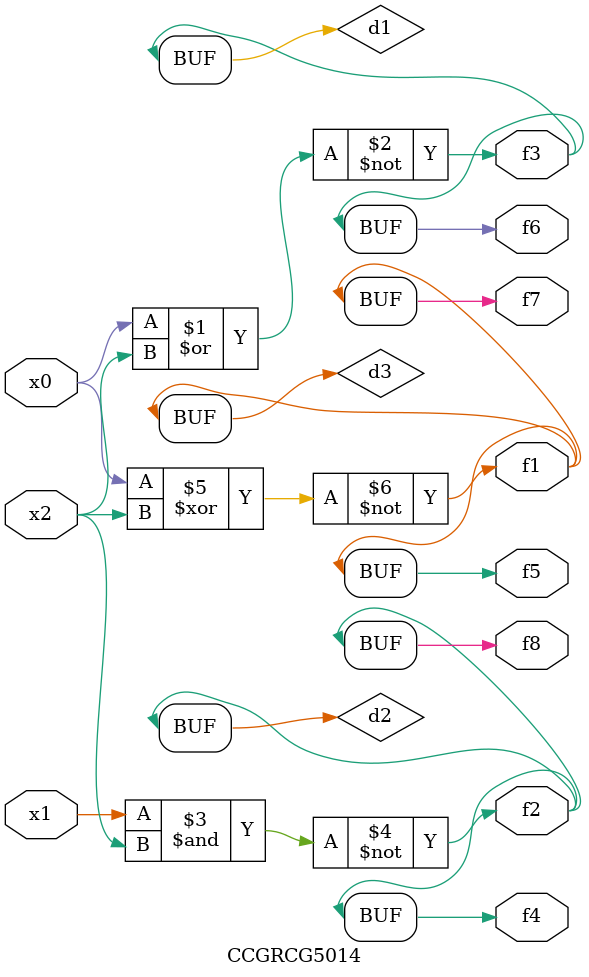
<source format=v>
module CCGRCG5014(
	input x0, x1, x2,
	output f1, f2, f3, f4, f5, f6, f7, f8
);

	wire d1, d2, d3;

	nor (d1, x0, x2);
	nand (d2, x1, x2);
	xnor (d3, x0, x2);
	assign f1 = d3;
	assign f2 = d2;
	assign f3 = d1;
	assign f4 = d2;
	assign f5 = d3;
	assign f6 = d1;
	assign f7 = d3;
	assign f8 = d2;
endmodule

</source>
